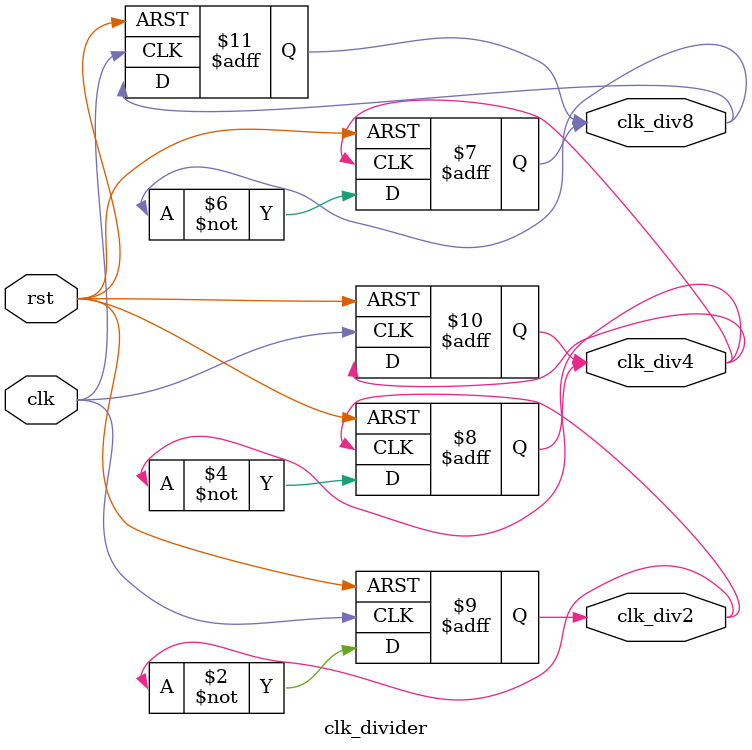
<source format=v>
module clk_divider(

input wire clk,
input wire rst,
output reg clk_div2,
output reg clk_div4,
output reg clk_div8

);

always @(posedge clk or posedge rst) begin

if ( rst ) begin

clk_div2 = 0;
clk_div4 = 0;
clk_div8 = 0;

end else begin
clk_div2 = ~clk_div2;
end
end

always @(posedge clk_div2 or posedge rst) 

if ( rst )

clk_div4 = 0;

else
clk_div4 = ~clk_div4;

always @(posedge clk_div4 or posedge rst)

if( rst )

clk_div8 = 0;

else
clk_div8 = ~clk_div8;

endmodule

</source>
